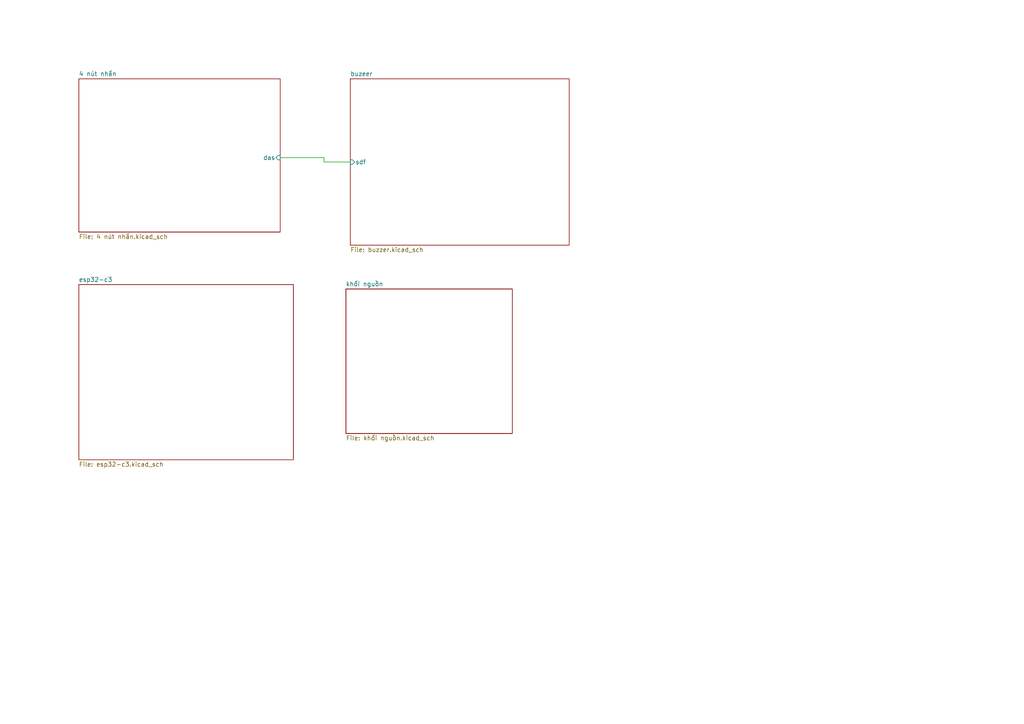
<source format=kicad_sch>
(kicad_sch (version 20230121) (generator eeschema)
  (paper "A4")
  (lib_symbols)
  (wire (pts (xy 81.28 45.72) (xy 93.98 45.72)))
  (wire (pts (xy 93.98 45.72) (xy 93.98 46.99)))
  (wire (pts (xy 93.98 46.99) (xy 101.6 46.99)))
  (sheet (at 22.86 82.55) (size 62.23 50.8) (stroke (width 0.1524))
    (property "Sheetname" "esp32-c3" (at 22.86 81.8384 0) (effects (justify left bottom)))
    (property "Sheetfile" "esp32-c3.kicad_sch" (at 22.86 133.9346 0) (effects (justify left top)))
  )
  (sheet (at 22.86 22.86) (size 58.42 44.45) (stroke (width 0.1524))
    (property "Sheetname" "4 nút nhấn" (at 22.86 22.1484 0) (effects (justify left bottom)))
    (property "Sheetfile" "4 nút nhấn.kicad_sch" (at 22.86 67.8946 0) (effects (justify left top)))
    (pin "das" input (at 81.28 45.72 0))
  )
  (sheet (at 101.6 22.86) (size 63.5 48.26) (stroke (width 0.1524))
    (property "Sheetname" "buzeer" (at 101.6 22.1484 0) (effects (justify left bottom)))
    (property "Sheetfile" "buzzer.kicad_sch" (at 101.6 71.7046 0) (effects (justify left top)))
    (pin "sdf" input (at 101.6 46.99 180))
  )
  (sheet (at 100.33 83.82) (size 48.26 41.91) (stroke (width 0.1524))
    (property "Sheetname" "khối nguồn" (at 100.33 83.1084 0) (effects (justify left bottom)))
    (property "Sheetfile" "khối nguồn.kicad_sch" (at 100.33 126.3146 0) (effects (justify left top)))
  )
)
</source>
